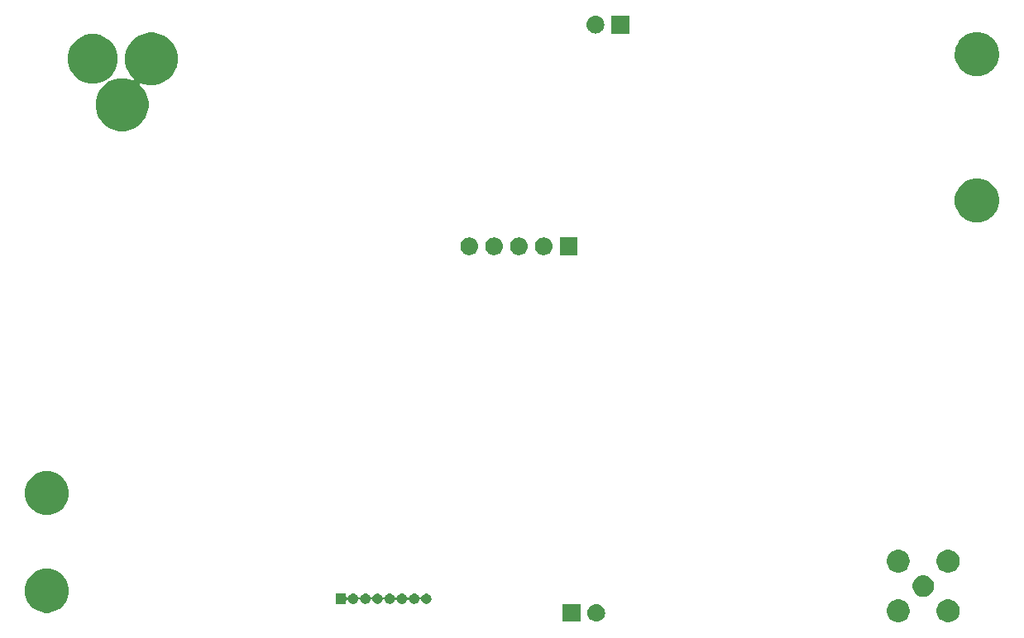
<source format=gbr>
G04 #@! TF.GenerationSoftware,KiCad,Pcbnew,(5.1.4)-1*
G04 #@! TF.CreationDate,2019-12-12T21:51:52+01:00*
G04 #@! TF.ProjectId,Schaltplan_embedded,53636861-6c74-4706-9c61-6e5f656d6265,rev?*
G04 #@! TF.SameCoordinates,Original*
G04 #@! TF.FileFunction,Soldermask,Bot*
G04 #@! TF.FilePolarity,Negative*
%FSLAX46Y46*%
G04 Gerber Fmt 4.6, Leading zero omitted, Abs format (unit mm)*
G04 Created by KiCad (PCBNEW (5.1.4)-1) date 2019-12-12 21:51:52*
%MOMM*%
%LPD*%
G04 APERTURE LIST*
%ADD10C,0.100000*%
G04 APERTURE END LIST*
D10*
G36*
X190237853Y-105888327D02*
G01*
X190393027Y-105919193D01*
X190607045Y-106007842D01*
X190607046Y-106007843D01*
X190799654Y-106136539D01*
X190963461Y-106300346D01*
X191044980Y-106422348D01*
X191092158Y-106492955D01*
X191180807Y-106706973D01*
X191226000Y-106934174D01*
X191226000Y-107165826D01*
X191180807Y-107393027D01*
X191092158Y-107607045D01*
X191092157Y-107607046D01*
X190963461Y-107799654D01*
X190799654Y-107963461D01*
X190740810Y-108002779D01*
X190607045Y-108092158D01*
X190393027Y-108180807D01*
X190241560Y-108210936D01*
X190165827Y-108226000D01*
X189934173Y-108226000D01*
X189858440Y-108210936D01*
X189706973Y-108180807D01*
X189492955Y-108092158D01*
X189359190Y-108002779D01*
X189300346Y-107963461D01*
X189136539Y-107799654D01*
X189007843Y-107607046D01*
X189007842Y-107607045D01*
X188919193Y-107393027D01*
X188874000Y-107165826D01*
X188874000Y-106934174D01*
X188919193Y-106706973D01*
X189007842Y-106492955D01*
X189055020Y-106422348D01*
X189136539Y-106300346D01*
X189300346Y-106136539D01*
X189492954Y-106007843D01*
X189492955Y-106007842D01*
X189706973Y-105919193D01*
X189862147Y-105888327D01*
X189934173Y-105874000D01*
X190165827Y-105874000D01*
X190237853Y-105888327D01*
X190237853Y-105888327D01*
G37*
G36*
X185137853Y-105888327D02*
G01*
X185293027Y-105919193D01*
X185507045Y-106007842D01*
X185507046Y-106007843D01*
X185699654Y-106136539D01*
X185863461Y-106300346D01*
X185944980Y-106422348D01*
X185992158Y-106492955D01*
X186080807Y-106706973D01*
X186126000Y-106934174D01*
X186126000Y-107165826D01*
X186080807Y-107393027D01*
X185992158Y-107607045D01*
X185992157Y-107607046D01*
X185863461Y-107799654D01*
X185699654Y-107963461D01*
X185640810Y-108002779D01*
X185507045Y-108092158D01*
X185293027Y-108180807D01*
X185141560Y-108210936D01*
X185065827Y-108226000D01*
X184834173Y-108226000D01*
X184758440Y-108210936D01*
X184606973Y-108180807D01*
X184392955Y-108092158D01*
X184259190Y-108002779D01*
X184200346Y-107963461D01*
X184036539Y-107799654D01*
X183907843Y-107607046D01*
X183907842Y-107607045D01*
X183819193Y-107393027D01*
X183774000Y-107165826D01*
X183774000Y-106934174D01*
X183819193Y-106706973D01*
X183907842Y-106492955D01*
X183955020Y-106422348D01*
X184036539Y-106300346D01*
X184200346Y-106136539D01*
X184392954Y-106007843D01*
X184392955Y-106007842D01*
X184606973Y-105919193D01*
X184762147Y-105888327D01*
X184834173Y-105874000D01*
X185065827Y-105874000D01*
X185137853Y-105888327D01*
X185137853Y-105888327D01*
G37*
G36*
X154150442Y-106355518D02*
G01*
X154216627Y-106362037D01*
X154386466Y-106413557D01*
X154542991Y-106497222D01*
X154573289Y-106522087D01*
X154680186Y-106609814D01*
X154759921Y-106706973D01*
X154792778Y-106747009D01*
X154876443Y-106903534D01*
X154927963Y-107073373D01*
X154945359Y-107250000D01*
X154927963Y-107426627D01*
X154876443Y-107596466D01*
X154792778Y-107752991D01*
X154763448Y-107788729D01*
X154680186Y-107890186D01*
X154590901Y-107963459D01*
X154542991Y-108002778D01*
X154386466Y-108086443D01*
X154216627Y-108137963D01*
X154150443Y-108144481D01*
X154084260Y-108151000D01*
X153995740Y-108151000D01*
X153929557Y-108144481D01*
X153863373Y-108137963D01*
X153693534Y-108086443D01*
X153537009Y-108002778D01*
X153489099Y-107963459D01*
X153399814Y-107890186D01*
X153316552Y-107788729D01*
X153287222Y-107752991D01*
X153203557Y-107596466D01*
X153152037Y-107426627D01*
X153134641Y-107250000D01*
X153152037Y-107073373D01*
X153203557Y-106903534D01*
X153287222Y-106747009D01*
X153320079Y-106706973D01*
X153399814Y-106609814D01*
X153506711Y-106522087D01*
X153537009Y-106497222D01*
X153693534Y-106413557D01*
X153863373Y-106362037D01*
X153929558Y-106355518D01*
X153995740Y-106349000D01*
X154084260Y-106349000D01*
X154150442Y-106355518D01*
X154150442Y-106355518D01*
G37*
G36*
X152401000Y-108151000D02*
G01*
X150599000Y-108151000D01*
X150599000Y-106349000D01*
X152401000Y-106349000D01*
X152401000Y-108151000D01*
X152401000Y-108151000D01*
G37*
G36*
X98075880Y-102759776D02*
G01*
X98456593Y-102835504D01*
X98866249Y-103005189D01*
X99234929Y-103251534D01*
X99548466Y-103565071D01*
X99794811Y-103933751D01*
X99964496Y-104343407D01*
X100051000Y-104778296D01*
X100051000Y-105221704D01*
X99964496Y-105656593D01*
X99794811Y-106066249D01*
X99548466Y-106434929D01*
X99234929Y-106748466D01*
X98866249Y-106994811D01*
X98456593Y-107164496D01*
X98075880Y-107240224D01*
X98021705Y-107251000D01*
X97578295Y-107251000D01*
X97524120Y-107240224D01*
X97143407Y-107164496D01*
X96733751Y-106994811D01*
X96365071Y-106748466D01*
X96051534Y-106434929D01*
X95805189Y-106066249D01*
X95635504Y-105656593D01*
X95549000Y-105221704D01*
X95549000Y-104778296D01*
X95635504Y-104343407D01*
X95805189Y-103933751D01*
X96051534Y-103565071D01*
X96365071Y-103251534D01*
X96733751Y-103005189D01*
X97143407Y-102835504D01*
X97524120Y-102759776D01*
X97578295Y-102749000D01*
X98021705Y-102749000D01*
X98075880Y-102759776D01*
X98075880Y-102759776D01*
G37*
G36*
X128426000Y-105544973D02*
G01*
X128428402Y-105569359D01*
X128435515Y-105592808D01*
X128447066Y-105614419D01*
X128462611Y-105633361D01*
X128481553Y-105648906D01*
X128503164Y-105660457D01*
X128526613Y-105667570D01*
X128550999Y-105669972D01*
X128575385Y-105667570D01*
X128598834Y-105660457D01*
X128620445Y-105648906D01*
X128639387Y-105633361D01*
X128654932Y-105614419D01*
X128666483Y-105592808D01*
X128683864Y-105550847D01*
X128741429Y-105464695D01*
X128814695Y-105391429D01*
X128900847Y-105333864D01*
X128996572Y-105294213D01*
X129098192Y-105274000D01*
X129201808Y-105274000D01*
X129303428Y-105294213D01*
X129399153Y-105333864D01*
X129485305Y-105391429D01*
X129558571Y-105464695D01*
X129616136Y-105550847D01*
X129659516Y-105655575D01*
X129671067Y-105677186D01*
X129686612Y-105696128D01*
X129705554Y-105711673D01*
X129727165Y-105723224D01*
X129750614Y-105730337D01*
X129775000Y-105732739D01*
X129799386Y-105730337D01*
X129822835Y-105723224D01*
X129844446Y-105711673D01*
X129863388Y-105696128D01*
X129878933Y-105677186D01*
X129890484Y-105655575D01*
X129933864Y-105550847D01*
X129991429Y-105464695D01*
X130064695Y-105391429D01*
X130150847Y-105333864D01*
X130246572Y-105294213D01*
X130348192Y-105274000D01*
X130451808Y-105274000D01*
X130553428Y-105294213D01*
X130649153Y-105333864D01*
X130735305Y-105391429D01*
X130808571Y-105464695D01*
X130866136Y-105550847D01*
X130909516Y-105655575D01*
X130921067Y-105677186D01*
X130936612Y-105696128D01*
X130955554Y-105711673D01*
X130977165Y-105723224D01*
X131000614Y-105730337D01*
X131025000Y-105732739D01*
X131049386Y-105730337D01*
X131072835Y-105723224D01*
X131094446Y-105711673D01*
X131113388Y-105696128D01*
X131128933Y-105677186D01*
X131140484Y-105655575D01*
X131183864Y-105550847D01*
X131241429Y-105464695D01*
X131314695Y-105391429D01*
X131400847Y-105333864D01*
X131496572Y-105294213D01*
X131598192Y-105274000D01*
X131701808Y-105274000D01*
X131803428Y-105294213D01*
X131899153Y-105333864D01*
X131985305Y-105391429D01*
X132058571Y-105464695D01*
X132116136Y-105550847D01*
X132159516Y-105655575D01*
X132171067Y-105677186D01*
X132186612Y-105696128D01*
X132205554Y-105711673D01*
X132227165Y-105723224D01*
X132250614Y-105730337D01*
X132275000Y-105732739D01*
X132299386Y-105730337D01*
X132322835Y-105723224D01*
X132344446Y-105711673D01*
X132363388Y-105696128D01*
X132378933Y-105677186D01*
X132390484Y-105655575D01*
X132433864Y-105550847D01*
X132491429Y-105464695D01*
X132564695Y-105391429D01*
X132650847Y-105333864D01*
X132746572Y-105294213D01*
X132848192Y-105274000D01*
X132951808Y-105274000D01*
X133053428Y-105294213D01*
X133149153Y-105333864D01*
X133235305Y-105391429D01*
X133308571Y-105464695D01*
X133366136Y-105550847D01*
X133409516Y-105655575D01*
X133421067Y-105677186D01*
X133436612Y-105696128D01*
X133455554Y-105711673D01*
X133477165Y-105723224D01*
X133500614Y-105730337D01*
X133525000Y-105732739D01*
X133549386Y-105730337D01*
X133572835Y-105723224D01*
X133594446Y-105711673D01*
X133613388Y-105696128D01*
X133628933Y-105677186D01*
X133640484Y-105655575D01*
X133683864Y-105550847D01*
X133741429Y-105464695D01*
X133814695Y-105391429D01*
X133900847Y-105333864D01*
X133996572Y-105294213D01*
X134098192Y-105274000D01*
X134201808Y-105274000D01*
X134303428Y-105294213D01*
X134399153Y-105333864D01*
X134485305Y-105391429D01*
X134558571Y-105464695D01*
X134616136Y-105550847D01*
X134659516Y-105655575D01*
X134671067Y-105677186D01*
X134686612Y-105696128D01*
X134705554Y-105711673D01*
X134727165Y-105723224D01*
X134750614Y-105730337D01*
X134775000Y-105732739D01*
X134799386Y-105730337D01*
X134822835Y-105723224D01*
X134844446Y-105711673D01*
X134863388Y-105696128D01*
X134878933Y-105677186D01*
X134890484Y-105655575D01*
X134933864Y-105550847D01*
X134991429Y-105464695D01*
X135064695Y-105391429D01*
X135150847Y-105333864D01*
X135246572Y-105294213D01*
X135348192Y-105274000D01*
X135451808Y-105274000D01*
X135553428Y-105294213D01*
X135649153Y-105333864D01*
X135735305Y-105391429D01*
X135808571Y-105464695D01*
X135866136Y-105550847D01*
X135909516Y-105655575D01*
X135921067Y-105677186D01*
X135936612Y-105696128D01*
X135955554Y-105711673D01*
X135977165Y-105723224D01*
X136000614Y-105730337D01*
X136025000Y-105732739D01*
X136049386Y-105730337D01*
X136072835Y-105723224D01*
X136094446Y-105711673D01*
X136113388Y-105696128D01*
X136128933Y-105677186D01*
X136140484Y-105655575D01*
X136183864Y-105550847D01*
X136241429Y-105464695D01*
X136314695Y-105391429D01*
X136400847Y-105333864D01*
X136496572Y-105294213D01*
X136598192Y-105274000D01*
X136701808Y-105274000D01*
X136803428Y-105294213D01*
X136899153Y-105333864D01*
X136985305Y-105391429D01*
X137058571Y-105464695D01*
X137116136Y-105550847D01*
X137155787Y-105646572D01*
X137176000Y-105748192D01*
X137176000Y-105851808D01*
X137155787Y-105953428D01*
X137116136Y-106049153D01*
X137058571Y-106135305D01*
X136985305Y-106208571D01*
X136899153Y-106266136D01*
X136803428Y-106305787D01*
X136701808Y-106326000D01*
X136598192Y-106326000D01*
X136496572Y-106305787D01*
X136400847Y-106266136D01*
X136314695Y-106208571D01*
X136241429Y-106135305D01*
X136183864Y-106049153D01*
X136140484Y-105944425D01*
X136128933Y-105922814D01*
X136113388Y-105903872D01*
X136094446Y-105888327D01*
X136072835Y-105876776D01*
X136049386Y-105869663D01*
X136025000Y-105867261D01*
X136000614Y-105869663D01*
X135977165Y-105876776D01*
X135955554Y-105888327D01*
X135936612Y-105903872D01*
X135921067Y-105922814D01*
X135909516Y-105944425D01*
X135866136Y-106049153D01*
X135808571Y-106135305D01*
X135735305Y-106208571D01*
X135649153Y-106266136D01*
X135553428Y-106305787D01*
X135451808Y-106326000D01*
X135348192Y-106326000D01*
X135246572Y-106305787D01*
X135150847Y-106266136D01*
X135064695Y-106208571D01*
X134991429Y-106135305D01*
X134933864Y-106049153D01*
X134890484Y-105944425D01*
X134878933Y-105922814D01*
X134863388Y-105903872D01*
X134844446Y-105888327D01*
X134822835Y-105876776D01*
X134799386Y-105869663D01*
X134775000Y-105867261D01*
X134750614Y-105869663D01*
X134727165Y-105876776D01*
X134705554Y-105888327D01*
X134686612Y-105903872D01*
X134671067Y-105922814D01*
X134659516Y-105944425D01*
X134616136Y-106049153D01*
X134558571Y-106135305D01*
X134485305Y-106208571D01*
X134399153Y-106266136D01*
X134303428Y-106305787D01*
X134201808Y-106326000D01*
X134098192Y-106326000D01*
X133996572Y-106305787D01*
X133900847Y-106266136D01*
X133814695Y-106208571D01*
X133741429Y-106135305D01*
X133683864Y-106049153D01*
X133640484Y-105944425D01*
X133628933Y-105922814D01*
X133613388Y-105903872D01*
X133594446Y-105888327D01*
X133572835Y-105876776D01*
X133549386Y-105869663D01*
X133525000Y-105867261D01*
X133500614Y-105869663D01*
X133477165Y-105876776D01*
X133455554Y-105888327D01*
X133436612Y-105903872D01*
X133421067Y-105922814D01*
X133409516Y-105944425D01*
X133366136Y-106049153D01*
X133308571Y-106135305D01*
X133235305Y-106208571D01*
X133149153Y-106266136D01*
X133053428Y-106305787D01*
X132951808Y-106326000D01*
X132848192Y-106326000D01*
X132746572Y-106305787D01*
X132650847Y-106266136D01*
X132564695Y-106208571D01*
X132491429Y-106135305D01*
X132433864Y-106049153D01*
X132390484Y-105944425D01*
X132378933Y-105922814D01*
X132363388Y-105903872D01*
X132344446Y-105888327D01*
X132322835Y-105876776D01*
X132299386Y-105869663D01*
X132275000Y-105867261D01*
X132250614Y-105869663D01*
X132227165Y-105876776D01*
X132205554Y-105888327D01*
X132186612Y-105903872D01*
X132171067Y-105922814D01*
X132159516Y-105944425D01*
X132116136Y-106049153D01*
X132058571Y-106135305D01*
X131985305Y-106208571D01*
X131899153Y-106266136D01*
X131803428Y-106305787D01*
X131701808Y-106326000D01*
X131598192Y-106326000D01*
X131496572Y-106305787D01*
X131400847Y-106266136D01*
X131314695Y-106208571D01*
X131241429Y-106135305D01*
X131183864Y-106049153D01*
X131140484Y-105944425D01*
X131128933Y-105922814D01*
X131113388Y-105903872D01*
X131094446Y-105888327D01*
X131072835Y-105876776D01*
X131049386Y-105869663D01*
X131025000Y-105867261D01*
X131000614Y-105869663D01*
X130977165Y-105876776D01*
X130955554Y-105888327D01*
X130936612Y-105903872D01*
X130921067Y-105922814D01*
X130909516Y-105944425D01*
X130866136Y-106049153D01*
X130808571Y-106135305D01*
X130735305Y-106208571D01*
X130649153Y-106266136D01*
X130553428Y-106305787D01*
X130451808Y-106326000D01*
X130348192Y-106326000D01*
X130246572Y-106305787D01*
X130150847Y-106266136D01*
X130064695Y-106208571D01*
X129991429Y-106135305D01*
X129933864Y-106049153D01*
X129890484Y-105944425D01*
X129878933Y-105922814D01*
X129863388Y-105903872D01*
X129844446Y-105888327D01*
X129822835Y-105876776D01*
X129799386Y-105869663D01*
X129775000Y-105867261D01*
X129750614Y-105869663D01*
X129727165Y-105876776D01*
X129705554Y-105888327D01*
X129686612Y-105903872D01*
X129671067Y-105922814D01*
X129659516Y-105944425D01*
X129616136Y-106049153D01*
X129558571Y-106135305D01*
X129485305Y-106208571D01*
X129399153Y-106266136D01*
X129303428Y-106305787D01*
X129201808Y-106326000D01*
X129098192Y-106326000D01*
X128996572Y-106305787D01*
X128900847Y-106266136D01*
X128814695Y-106208571D01*
X128741429Y-106135305D01*
X128683864Y-106049153D01*
X128666483Y-106007192D01*
X128654932Y-105985581D01*
X128639387Y-105966639D01*
X128620445Y-105951094D01*
X128598834Y-105939543D01*
X128575385Y-105932430D01*
X128550999Y-105930028D01*
X128526613Y-105932430D01*
X128503164Y-105939543D01*
X128481553Y-105951094D01*
X128462611Y-105966639D01*
X128447066Y-105985581D01*
X128435515Y-106007192D01*
X128428402Y-106030641D01*
X128426000Y-106055027D01*
X128426000Y-106326000D01*
X127374000Y-106326000D01*
X127374000Y-105274000D01*
X128426000Y-105274000D01*
X128426000Y-105544973D01*
X128426000Y-105544973D01*
G37*
G36*
X187714794Y-103420155D02*
G01*
X187821150Y-103441311D01*
X187921334Y-103482809D01*
X188021520Y-103524307D01*
X188201844Y-103644795D01*
X188355205Y-103798156D01*
X188475693Y-103978480D01*
X188475693Y-103978481D01*
X188558689Y-104178850D01*
X188579844Y-104285205D01*
X188601000Y-104391560D01*
X188601000Y-104608440D01*
X188558689Y-104821149D01*
X188475693Y-105021520D01*
X188355205Y-105201844D01*
X188201844Y-105355205D01*
X188021520Y-105475693D01*
X187921334Y-105517191D01*
X187821150Y-105558689D01*
X187767508Y-105569359D01*
X187608440Y-105601000D01*
X187391560Y-105601000D01*
X187232492Y-105569359D01*
X187178850Y-105558689D01*
X187078666Y-105517191D01*
X186978480Y-105475693D01*
X186798156Y-105355205D01*
X186644795Y-105201844D01*
X186524307Y-105021520D01*
X186441311Y-104821149D01*
X186399000Y-104608440D01*
X186399000Y-104391560D01*
X186420156Y-104285205D01*
X186441311Y-104178850D01*
X186524307Y-103978481D01*
X186524307Y-103978480D01*
X186644795Y-103798156D01*
X186798156Y-103644795D01*
X186978480Y-103524307D01*
X187078666Y-103482809D01*
X187178850Y-103441311D01*
X187285206Y-103420155D01*
X187391560Y-103399000D01*
X187608440Y-103399000D01*
X187714794Y-103420155D01*
X187714794Y-103420155D01*
G37*
G36*
X185141560Y-100789064D02*
G01*
X185293027Y-100819193D01*
X185507045Y-100907842D01*
X185507046Y-100907843D01*
X185699654Y-101036539D01*
X185863461Y-101200346D01*
X185949258Y-101328751D01*
X185992158Y-101392955D01*
X186080807Y-101606973D01*
X186126000Y-101834174D01*
X186126000Y-102065826D01*
X186080807Y-102293027D01*
X185992158Y-102507045D01*
X185992157Y-102507046D01*
X185863461Y-102699654D01*
X185699654Y-102863461D01*
X185571635Y-102949000D01*
X185507045Y-102992158D01*
X185293027Y-103080807D01*
X185141560Y-103110936D01*
X185065827Y-103126000D01*
X184834173Y-103126000D01*
X184758440Y-103110936D01*
X184606973Y-103080807D01*
X184392955Y-102992158D01*
X184328365Y-102949000D01*
X184200346Y-102863461D01*
X184036539Y-102699654D01*
X183907843Y-102507046D01*
X183907842Y-102507045D01*
X183819193Y-102293027D01*
X183774000Y-102065826D01*
X183774000Y-101834174D01*
X183819193Y-101606973D01*
X183907842Y-101392955D01*
X183950742Y-101328751D01*
X184036539Y-101200346D01*
X184200346Y-101036539D01*
X184392954Y-100907843D01*
X184392955Y-100907842D01*
X184606973Y-100819193D01*
X184758440Y-100789064D01*
X184834173Y-100774000D01*
X185065827Y-100774000D01*
X185141560Y-100789064D01*
X185141560Y-100789064D01*
G37*
G36*
X190241560Y-100789064D02*
G01*
X190393027Y-100819193D01*
X190607045Y-100907842D01*
X190607046Y-100907843D01*
X190799654Y-101036539D01*
X190963461Y-101200346D01*
X191049258Y-101328751D01*
X191092158Y-101392955D01*
X191180807Y-101606973D01*
X191226000Y-101834174D01*
X191226000Y-102065826D01*
X191180807Y-102293027D01*
X191092158Y-102507045D01*
X191092157Y-102507046D01*
X190963461Y-102699654D01*
X190799654Y-102863461D01*
X190671635Y-102949000D01*
X190607045Y-102992158D01*
X190393027Y-103080807D01*
X190241560Y-103110936D01*
X190165827Y-103126000D01*
X189934173Y-103126000D01*
X189858440Y-103110936D01*
X189706973Y-103080807D01*
X189492955Y-102992158D01*
X189428365Y-102949000D01*
X189300346Y-102863461D01*
X189136539Y-102699654D01*
X189007843Y-102507046D01*
X189007842Y-102507045D01*
X188919193Y-102293027D01*
X188874000Y-102065826D01*
X188874000Y-101834174D01*
X188919193Y-101606973D01*
X189007842Y-101392955D01*
X189050742Y-101328751D01*
X189136539Y-101200346D01*
X189300346Y-101036539D01*
X189492954Y-100907843D01*
X189492955Y-100907842D01*
X189706973Y-100819193D01*
X189858440Y-100789064D01*
X189934173Y-100774000D01*
X190165827Y-100774000D01*
X190241560Y-100789064D01*
X190241560Y-100789064D01*
G37*
G36*
X98075880Y-92759776D02*
G01*
X98456593Y-92835504D01*
X98866249Y-93005189D01*
X99234929Y-93251534D01*
X99548466Y-93565071D01*
X99794811Y-93933751D01*
X99964496Y-94343407D01*
X100051000Y-94778296D01*
X100051000Y-95221704D01*
X99964496Y-95656593D01*
X99794811Y-96066249D01*
X99548466Y-96434929D01*
X99234929Y-96748466D01*
X98866249Y-96994811D01*
X98456593Y-97164496D01*
X98075880Y-97240224D01*
X98021705Y-97251000D01*
X97578295Y-97251000D01*
X97524120Y-97240224D01*
X97143407Y-97164496D01*
X96733751Y-96994811D01*
X96365071Y-96748466D01*
X96051534Y-96434929D01*
X95805189Y-96066249D01*
X95635504Y-95656593D01*
X95549000Y-95221704D01*
X95549000Y-94778296D01*
X95635504Y-94343407D01*
X95805189Y-93933751D01*
X96051534Y-93565071D01*
X96365071Y-93251534D01*
X96733751Y-93005189D01*
X97143407Y-92835504D01*
X97524120Y-92759776D01*
X97578295Y-92749000D01*
X98021705Y-92749000D01*
X98075880Y-92759776D01*
X98075880Y-92759776D01*
G37*
G36*
X146230443Y-68805519D02*
G01*
X146296627Y-68812037D01*
X146466466Y-68863557D01*
X146622991Y-68947222D01*
X146658729Y-68976552D01*
X146760186Y-69059814D01*
X146843448Y-69161271D01*
X146872778Y-69197009D01*
X146956443Y-69353534D01*
X147007963Y-69523373D01*
X147025359Y-69700000D01*
X147007963Y-69876627D01*
X146956443Y-70046466D01*
X146872778Y-70202991D01*
X146843448Y-70238729D01*
X146760186Y-70340186D01*
X146658729Y-70423448D01*
X146622991Y-70452778D01*
X146466466Y-70536443D01*
X146296627Y-70587963D01*
X146230443Y-70594481D01*
X146164260Y-70601000D01*
X146075740Y-70601000D01*
X146009557Y-70594481D01*
X145943373Y-70587963D01*
X145773534Y-70536443D01*
X145617009Y-70452778D01*
X145581271Y-70423448D01*
X145479814Y-70340186D01*
X145396552Y-70238729D01*
X145367222Y-70202991D01*
X145283557Y-70046466D01*
X145232037Y-69876627D01*
X145214641Y-69700000D01*
X145232037Y-69523373D01*
X145283557Y-69353534D01*
X145367222Y-69197009D01*
X145396552Y-69161271D01*
X145479814Y-69059814D01*
X145581271Y-68976552D01*
X145617009Y-68947222D01*
X145773534Y-68863557D01*
X145943373Y-68812037D01*
X146009557Y-68805519D01*
X146075740Y-68799000D01*
X146164260Y-68799000D01*
X146230443Y-68805519D01*
X146230443Y-68805519D01*
G37*
G36*
X152101000Y-70601000D02*
G01*
X150299000Y-70601000D01*
X150299000Y-68799000D01*
X152101000Y-68799000D01*
X152101000Y-70601000D01*
X152101000Y-70601000D01*
G37*
G36*
X148770443Y-68805519D02*
G01*
X148836627Y-68812037D01*
X149006466Y-68863557D01*
X149162991Y-68947222D01*
X149198729Y-68976552D01*
X149300186Y-69059814D01*
X149383448Y-69161271D01*
X149412778Y-69197009D01*
X149496443Y-69353534D01*
X149547963Y-69523373D01*
X149565359Y-69700000D01*
X149547963Y-69876627D01*
X149496443Y-70046466D01*
X149412778Y-70202991D01*
X149383448Y-70238729D01*
X149300186Y-70340186D01*
X149198729Y-70423448D01*
X149162991Y-70452778D01*
X149006466Y-70536443D01*
X148836627Y-70587963D01*
X148770443Y-70594481D01*
X148704260Y-70601000D01*
X148615740Y-70601000D01*
X148549557Y-70594481D01*
X148483373Y-70587963D01*
X148313534Y-70536443D01*
X148157009Y-70452778D01*
X148121271Y-70423448D01*
X148019814Y-70340186D01*
X147936552Y-70238729D01*
X147907222Y-70202991D01*
X147823557Y-70046466D01*
X147772037Y-69876627D01*
X147754641Y-69700000D01*
X147772037Y-69523373D01*
X147823557Y-69353534D01*
X147907222Y-69197009D01*
X147936552Y-69161271D01*
X148019814Y-69059814D01*
X148121271Y-68976552D01*
X148157009Y-68947222D01*
X148313534Y-68863557D01*
X148483373Y-68812037D01*
X148549557Y-68805519D01*
X148615740Y-68799000D01*
X148704260Y-68799000D01*
X148770443Y-68805519D01*
X148770443Y-68805519D01*
G37*
G36*
X143690443Y-68805519D02*
G01*
X143756627Y-68812037D01*
X143926466Y-68863557D01*
X144082991Y-68947222D01*
X144118729Y-68976552D01*
X144220186Y-69059814D01*
X144303448Y-69161271D01*
X144332778Y-69197009D01*
X144416443Y-69353534D01*
X144467963Y-69523373D01*
X144485359Y-69700000D01*
X144467963Y-69876627D01*
X144416443Y-70046466D01*
X144332778Y-70202991D01*
X144303448Y-70238729D01*
X144220186Y-70340186D01*
X144118729Y-70423448D01*
X144082991Y-70452778D01*
X143926466Y-70536443D01*
X143756627Y-70587963D01*
X143690443Y-70594481D01*
X143624260Y-70601000D01*
X143535740Y-70601000D01*
X143469557Y-70594481D01*
X143403373Y-70587963D01*
X143233534Y-70536443D01*
X143077009Y-70452778D01*
X143041271Y-70423448D01*
X142939814Y-70340186D01*
X142856552Y-70238729D01*
X142827222Y-70202991D01*
X142743557Y-70046466D01*
X142692037Y-69876627D01*
X142674641Y-69700000D01*
X142692037Y-69523373D01*
X142743557Y-69353534D01*
X142827222Y-69197009D01*
X142856552Y-69161271D01*
X142939814Y-69059814D01*
X143041271Y-68976552D01*
X143077009Y-68947222D01*
X143233534Y-68863557D01*
X143403373Y-68812037D01*
X143469557Y-68805519D01*
X143535740Y-68799000D01*
X143624260Y-68799000D01*
X143690443Y-68805519D01*
X143690443Y-68805519D01*
G37*
G36*
X141150443Y-68805519D02*
G01*
X141216627Y-68812037D01*
X141386466Y-68863557D01*
X141542991Y-68947222D01*
X141578729Y-68976552D01*
X141680186Y-69059814D01*
X141763448Y-69161271D01*
X141792778Y-69197009D01*
X141876443Y-69353534D01*
X141927963Y-69523373D01*
X141945359Y-69700000D01*
X141927963Y-69876627D01*
X141876443Y-70046466D01*
X141792778Y-70202991D01*
X141763448Y-70238729D01*
X141680186Y-70340186D01*
X141578729Y-70423448D01*
X141542991Y-70452778D01*
X141386466Y-70536443D01*
X141216627Y-70587963D01*
X141150443Y-70594481D01*
X141084260Y-70601000D01*
X140995740Y-70601000D01*
X140929557Y-70594481D01*
X140863373Y-70587963D01*
X140693534Y-70536443D01*
X140537009Y-70452778D01*
X140501271Y-70423448D01*
X140399814Y-70340186D01*
X140316552Y-70238729D01*
X140287222Y-70202991D01*
X140203557Y-70046466D01*
X140152037Y-69876627D01*
X140134641Y-69700000D01*
X140152037Y-69523373D01*
X140203557Y-69353534D01*
X140287222Y-69197009D01*
X140316552Y-69161271D01*
X140399814Y-69059814D01*
X140501271Y-68976552D01*
X140537009Y-68947222D01*
X140693534Y-68863557D01*
X140863373Y-68812037D01*
X140929557Y-68805519D01*
X140995740Y-68799000D01*
X141084260Y-68799000D01*
X141150443Y-68805519D01*
X141150443Y-68805519D01*
G37*
G36*
X193275880Y-62759776D02*
G01*
X193656593Y-62835504D01*
X194066249Y-63005189D01*
X194434929Y-63251534D01*
X194748466Y-63565071D01*
X194994811Y-63933751D01*
X195164496Y-64343407D01*
X195251000Y-64778296D01*
X195251000Y-65221704D01*
X195164496Y-65656593D01*
X194994811Y-66066249D01*
X194748466Y-66434929D01*
X194434929Y-66748466D01*
X194066249Y-66994811D01*
X193656593Y-67164496D01*
X193275880Y-67240224D01*
X193221705Y-67251000D01*
X192778295Y-67251000D01*
X192724120Y-67240224D01*
X192343407Y-67164496D01*
X191933751Y-66994811D01*
X191565071Y-66748466D01*
X191251534Y-66434929D01*
X191005189Y-66066249D01*
X190835504Y-65656593D01*
X190749000Y-65221704D01*
X190749000Y-64778296D01*
X190835504Y-64343407D01*
X191005189Y-63933751D01*
X191251534Y-63565071D01*
X191565071Y-63251534D01*
X191933751Y-63005189D01*
X192343407Y-62835504D01*
X192724120Y-62759776D01*
X192778295Y-62749000D01*
X193221705Y-62749000D01*
X193275880Y-62759776D01*
X193275880Y-62759776D01*
G37*
G36*
X109287852Y-47902797D02*
G01*
X109779402Y-48106404D01*
X109779403Y-48106405D01*
X110221787Y-48401996D01*
X110598004Y-48778213D01*
X110661184Y-48872769D01*
X110893596Y-49220598D01*
X111097203Y-49712148D01*
X111201000Y-50233973D01*
X111201000Y-50766027D01*
X111097203Y-51287852D01*
X110893596Y-51779402D01*
X110893595Y-51779403D01*
X110598004Y-52221787D01*
X110221787Y-52598004D01*
X110039874Y-52719554D01*
X109779402Y-52893596D01*
X109287852Y-53097203D01*
X108766027Y-53201000D01*
X108233973Y-53201000D01*
X107712148Y-53097203D01*
X107447444Y-52987559D01*
X107423995Y-52980446D01*
X107399609Y-52978044D01*
X107375223Y-52980446D01*
X107351774Y-52987559D01*
X107330163Y-52999110D01*
X107311221Y-53014655D01*
X107295676Y-53033597D01*
X107284125Y-53055208D01*
X107277012Y-53078657D01*
X107274610Y-53103043D01*
X107277012Y-53127429D01*
X107284125Y-53150878D01*
X107295676Y-53172489D01*
X107311216Y-53191425D01*
X107598004Y-53478213D01*
X107795512Y-53773805D01*
X107893596Y-53920598D01*
X108097203Y-54412148D01*
X108201000Y-54933973D01*
X108201000Y-55466027D01*
X108097203Y-55987852D01*
X107893596Y-56479402D01*
X107893595Y-56479403D01*
X107598004Y-56921787D01*
X107221787Y-57298004D01*
X106926195Y-57495512D01*
X106779402Y-57593596D01*
X106287852Y-57797203D01*
X105766027Y-57901000D01*
X105233973Y-57901000D01*
X104712148Y-57797203D01*
X104220598Y-57593596D01*
X104073805Y-57495512D01*
X103778213Y-57298004D01*
X103401996Y-56921787D01*
X103106405Y-56479403D01*
X103106404Y-56479402D01*
X102902797Y-55987852D01*
X102799000Y-55466027D01*
X102799000Y-54933973D01*
X102902797Y-54412148D01*
X103106404Y-53920598D01*
X103204488Y-53773805D01*
X103401996Y-53478213D01*
X103778213Y-53101996D01*
X104220597Y-52806405D01*
X104220598Y-52806404D01*
X104712148Y-52602797D01*
X105233973Y-52499000D01*
X105766027Y-52499000D01*
X106287852Y-52602797D01*
X106552556Y-52712441D01*
X106576005Y-52719554D01*
X106600391Y-52721956D01*
X106624777Y-52719554D01*
X106648226Y-52712441D01*
X106669837Y-52700890D01*
X106688779Y-52685345D01*
X106704324Y-52666403D01*
X106715875Y-52644792D01*
X106722988Y-52621343D01*
X106725390Y-52596957D01*
X106722988Y-52572571D01*
X106715875Y-52549122D01*
X106704324Y-52527511D01*
X106688784Y-52508575D01*
X106401996Y-52221787D01*
X106106405Y-51779403D01*
X106106404Y-51779402D01*
X105902797Y-51287852D01*
X105799000Y-50766027D01*
X105799000Y-50233973D01*
X105902797Y-49712148D01*
X106106404Y-49220598D01*
X106338816Y-48872769D01*
X106401996Y-48778213D01*
X106778213Y-48401996D01*
X107220597Y-48106405D01*
X107220598Y-48106404D01*
X107712148Y-47902797D01*
X108233973Y-47799000D01*
X108766027Y-47799000D01*
X109287852Y-47902797D01*
X109287852Y-47902797D01*
G37*
G36*
X103244098Y-48047033D02*
G01*
X103708350Y-48239332D01*
X103708352Y-48239333D01*
X104126168Y-48518509D01*
X104481491Y-48873832D01*
X104760667Y-49291648D01*
X104760668Y-49291650D01*
X104952967Y-49755902D01*
X105051000Y-50248747D01*
X105051000Y-50751253D01*
X104952967Y-51244098D01*
X104768478Y-51689495D01*
X104760667Y-51708352D01*
X104481491Y-52126168D01*
X104126168Y-52481491D01*
X103708352Y-52760667D01*
X103708351Y-52760668D01*
X103708350Y-52760668D01*
X103244098Y-52952967D01*
X102751253Y-53051000D01*
X102248747Y-53051000D01*
X101755902Y-52952967D01*
X101291650Y-52760668D01*
X101291649Y-52760668D01*
X101291648Y-52760667D01*
X100873832Y-52481491D01*
X100518509Y-52126168D01*
X100239333Y-51708352D01*
X100231522Y-51689495D01*
X100047033Y-51244098D01*
X99949000Y-50751253D01*
X99949000Y-50248747D01*
X100047033Y-49755902D01*
X100239332Y-49291650D01*
X100239333Y-49291648D01*
X100518509Y-48873832D01*
X100873832Y-48518509D01*
X101291648Y-48239333D01*
X101291650Y-48239332D01*
X101755902Y-48047033D01*
X102248747Y-47949000D01*
X102751253Y-47949000D01*
X103244098Y-48047033D01*
X103244098Y-48047033D01*
G37*
G36*
X193275880Y-47759776D02*
G01*
X193656593Y-47835504D01*
X194066249Y-48005189D01*
X194434929Y-48251534D01*
X194748466Y-48565071D01*
X194994811Y-48933751D01*
X195164496Y-49343407D01*
X195215336Y-49599000D01*
X195246546Y-49755901D01*
X195251000Y-49778296D01*
X195251000Y-50221704D01*
X195164496Y-50656593D01*
X194994811Y-51066249D01*
X194748466Y-51434929D01*
X194434929Y-51748466D01*
X194066249Y-51994811D01*
X193656593Y-52164496D01*
X193275880Y-52240224D01*
X193221705Y-52251000D01*
X192778295Y-52251000D01*
X192724120Y-52240224D01*
X192343407Y-52164496D01*
X191933751Y-51994811D01*
X191565071Y-51748466D01*
X191251534Y-51434929D01*
X191005189Y-51066249D01*
X190835504Y-50656593D01*
X190749000Y-50221704D01*
X190749000Y-49778296D01*
X190753455Y-49755901D01*
X190784664Y-49599000D01*
X190835504Y-49343407D01*
X191005189Y-48933751D01*
X191251534Y-48565071D01*
X191565071Y-48251534D01*
X191933751Y-48005189D01*
X192343407Y-47835504D01*
X192724120Y-47759776D01*
X192778295Y-47749000D01*
X193221705Y-47749000D01*
X193275880Y-47759776D01*
X193275880Y-47759776D01*
G37*
G36*
X157401000Y-47901000D02*
G01*
X155599000Y-47901000D01*
X155599000Y-46099000D01*
X157401000Y-46099000D01*
X157401000Y-47901000D01*
X157401000Y-47901000D01*
G37*
G36*
X154070442Y-46105518D02*
G01*
X154136627Y-46112037D01*
X154306466Y-46163557D01*
X154462991Y-46247222D01*
X154498729Y-46276552D01*
X154600186Y-46359814D01*
X154683448Y-46461271D01*
X154712778Y-46497009D01*
X154796443Y-46653534D01*
X154847963Y-46823373D01*
X154865359Y-47000000D01*
X154847963Y-47176627D01*
X154796443Y-47346466D01*
X154712778Y-47502991D01*
X154683448Y-47538729D01*
X154600186Y-47640186D01*
X154498729Y-47723448D01*
X154462991Y-47752778D01*
X154306466Y-47836443D01*
X154136627Y-47887963D01*
X154070442Y-47894482D01*
X154004260Y-47901000D01*
X153915740Y-47901000D01*
X153849558Y-47894482D01*
X153783373Y-47887963D01*
X153613534Y-47836443D01*
X153457009Y-47752778D01*
X153421271Y-47723448D01*
X153319814Y-47640186D01*
X153236552Y-47538729D01*
X153207222Y-47502991D01*
X153123557Y-47346466D01*
X153072037Y-47176627D01*
X153054641Y-47000000D01*
X153072037Y-46823373D01*
X153123557Y-46653534D01*
X153207222Y-46497009D01*
X153236552Y-46461271D01*
X153319814Y-46359814D01*
X153421271Y-46276552D01*
X153457009Y-46247222D01*
X153613534Y-46163557D01*
X153783373Y-46112037D01*
X153849558Y-46105518D01*
X153915740Y-46099000D01*
X154004260Y-46099000D01*
X154070442Y-46105518D01*
X154070442Y-46105518D01*
G37*
M02*

</source>
